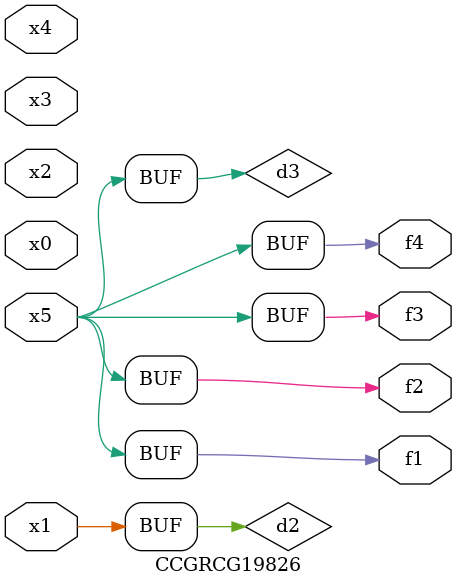
<source format=v>
module CCGRCG19826(
	input x0, x1, x2, x3, x4, x5,
	output f1, f2, f3, f4
);

	wire d1, d2, d3;

	not (d1, x5);
	or (d2, x1);
	xnor (d3, d1);
	assign f1 = d3;
	assign f2 = d3;
	assign f3 = d3;
	assign f4 = d3;
endmodule

</source>
